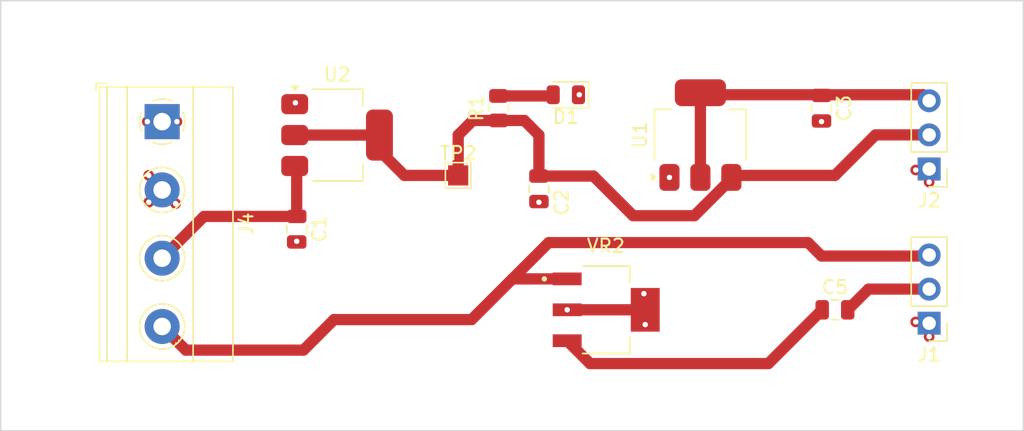
<source format=kicad_pcb>
(kicad_pcb (version 20240108) (generator "pcbnew") (generator_version "8.0")
  (layers (0 "F.Cu" signal) (1 "In1.Cu" power) (2 "In2.Cu" power) (31 "B.Cu" power) (34 "B.Paste" user) (35 "F.Paste" user) (36 "B.SilkS" user "B.Silkscreen") (37 "F.SilkS" user "F.Silkscreen") (38 "B.Mask" user) (39 "F.Mask" user) (44 "Edge.Cuts" user))
  (net 0 "")
  (net 1 "GND")
  (net 2 "+6V")
  (net 3 "+5V")
  (net 4 "+3.3V")
  (net 5 "/anet")
  (net 6 "Net-(D1-A)")
  (net 7 "+12V")
  (net 8 "Net-(VR2-OUTPUT)")
  (footprint "Resistor_SMD:R_0805_2012Metric" (layer "F.Cu") (at 211.5 95.75 90)
    (property "Reference" "R1" (at 0 -1.65 90) (layer "F.SilkS"))
    (property "Value" "2k")
    (fp_line (start -0.227064 -0.735) (end 0.227064 -0.735) (stroke (width 0.12)) (layer "F.SilkS"))
    (fp_line (start -0.227064 0.735) (end 0.227064 0.735) (stroke (width 0.12)) (layer "F.SilkS"))
    (pad "1" smd roundrect (at -0.9125 0 90) (size 1.025 1.4) (layers "F.Cu" "F.Paste" "F.Mask") (roundrect_rratio 0.243902) (net 5 "/anet"))
    (pad "2" smd roundrect (at 0.9125 0 90) (size 1.025 1.4) (layers "F.Cu" "F.Paste" "F.Mask") (roundrect_rratio 0.243902) (net 6 "Net-(D1-A)"))
  )
  (footprint "Package_TO_SOT_SMD:SOT-223-3_TabPin2" (layer "F.Cu") (at 226.5 97.75 90)
    (property "Reference" "U1" (at 0 -4.5 90) (layer "F.SilkS"))
    (property "Value" "AMS1117-3.3" (hide yes))
    (fp_line (start 1.91 -3.41) (end 1.91 -2.15) (stroke (width 0.12)) (layer "F.SilkS"))
    (fp_line (start -1.85 -3.41) (end 1.91 -3.41) (stroke (width 0.12)) (layer "F.SilkS"))
    (fp_line (start 1.91 3.41) (end 1.91 2.15) (stroke (width 0.12)) (layer "F.SilkS"))
    (fp_line (start -1.85 3.41) (end 1.91 3.41) (stroke (width 0.12)) (layer "F.SilkS"))
    (fp_poly (pts (xy -3.13 -3.31) (xy -3.37 -3.64) (xy -2.89 -3.64) (xy -3.13 -3.31)) (stroke (width 0.12)) (fill solid) (layer "F.SilkS"))
    (pad "1" smd roundrect (at -3.15 -2.3 90) (size 2 1.5) (layers "F.Cu" "F.Paste" "F.Mask") (net 1 "GND"))
    (pad "2" smd roundrect (at -3.15 0 90) (size 2 1.5) (layers "F.Cu" "F.Paste" "F.Mask") (net 4 "+3.3V"))
    (pad "2" smd roundrect (at 3.15 0 90) (size 2 3.8) (layers "F.Cu" "F.Paste" "F.Mask") (net 4 "+3.3V"))
    (pad "3" smd roundrect (at -3.15 2.3 90) (size 2 1.5) (layers "F.Cu" "F.Paste" "F.Mask") (net 5 "/anet"))
  )
  (footprint "Connector_PinHeader_2.54mm:PinHeader_1x03_P2.54mm_Vertical" (layer "F.Cu") (at 243.5 111.75 180)
    (property "Reference" "J1" (at 0 -2.33 0) (layer "F.SilkS"))
    (property "Value" "Conn_01x03_Pin" (hide yes))
    (fp_line (start 1.33 1.27) (end 1.33 6.41) (stroke (width 0.12)) (layer "F.SilkS"))
    (fp_line (start -1.33 6.41) (end 1.33 6.41) (stroke (width 0.12)) (layer "F.SilkS"))
    (fp_line (start -1.33 1.27) (end 1.33 1.27) (stroke (width 0.12)) (layer "F.SilkS"))
    (fp_line (start -1.33 1.27) (end -1.33 6.41) (stroke (width 0.12)) (layer "F.SilkS"))
    (fp_line (start -1.33 0) (end -1.33 -1.33) (stroke (width 0.12)) (layer "F.SilkS"))
    (fp_line (start -1.33 -1.33) (end 0 -1.33) (stroke (width 0.12)) (layer "F.SilkS"))
    (pad "1" thru_hole rect (at 0 0 180) (size 1.7 1.7) (drill 1) (layers "*.Cu" "*.Mask") (net 1 "GND"))
    (pad "2" thru_hole oval (at 0 2.54 180) (size 1.7 1.7) (drill 1) (layers "*.Cu" "*.Mask") (net 3 "+5V"))
    (pad "3" thru_hole oval (at 0 5.08 180) (size 1.7 1.7) (drill 1) (layers "*.Cu" "*.Mask") (net 7 "+12V"))
  )
  (footprint "Capacitor_SMD:C_0805_2012Metric" (layer "F.Cu") (at 214.5 101.75 -90)
    (property "Reference" "C2" (at 1 -1.68 90) (layer "F.SilkS"))
    (property "Value" "22uF")
    (fp_line (start -0.261252 0.735) (end 0.261252 0.735) (stroke (width 0.12)) (layer "F.SilkS"))
    (fp_line (start -0.261252 -0.735) (end 0.261252 -0.735) (stroke (width 0.12)) (layer "F.SilkS"))
    (pad "1" smd roundrect (at -0.95 0 270) (size 1 1.45) (layers "F.Cu" "F.Paste" "F.Mask") (net 5 "/anet"))
    (pad "2" smd roundrect (at 0.95 0 270) (size 1 1.45) (layers "F.Cu" "F.Paste" "F.Mask") (net 1 "GND"))
  )
  (footprint "MountingHole:MountingHole_2.2mm_M2" (layer "F.Cu") (at 177.5 116.75)
    (property "Reference" "H2" (hide yes))
    (property "Value" "MountingHole" (hide yes))
    (pad "" np_thru_hole circle (at 0 0) (size 2.2 2.2) (drill 2.2) (layers "*.Cu" "*.Mask"))
  )
  (footprint "footprints:VREG_LM7805MPX_NOPB" (layer "F.Cu") (at 219.5 110.75)
    (property "Reference" "VR2" (at -0.025 -4.754 0) (layer "F.SilkS"))
    (property "Value" "LM7805MPX_NOPB")
    (fp_line (start -1.75 -3.25) (end 1.75 -3.25) (stroke (width 0.127)) (layer "F.SilkS"))
    (fp_line (start -1.75 3.25) (end 1.75 3.25) (stroke (width 0.127)) (layer "F.SilkS"))
    (fp_line (start 1.75 -3.25) (end 1.75 -2.01) (stroke (width 0.127)) (layer "F.SilkS"))
    (fp_line (start 1.75 3.25) (end 1.75 2.01) (stroke (width 0.127)) (layer "F.SilkS"))
    (fp_circle (center -4.6 -2.3) (end -4.5 -2.3) (stroke (width 0.2)) (fill none) (layer "F.SilkS"))
    (pad "1" smd rect (at -2.9 -2.3) (size 2.15 0.95) (layers "F.Cu" "F.Paste" "F.Mask") (net 7 "+12V"))
    (pad "2" smd rect (at -2.9 0) (size 2.15 0.95) (layers "F.Cu" "F.Paste" "F.Mask") (net 1 "GND"))
    (pad "3" smd rect (at -2.9 2.3) (size 2.15 0.95) (layers "F.Cu" "F.Paste" "F.Mask") (net 8 "Net-(VR2-OUTPUT)"))
    (pad "4" smd rect (at 2.9 0) (size 2.15 3.25) (layers "F.Cu" "F.Paste" "F.Mask") (net 1 "GND"))
  )
  (footprint "MountingHole:MountingHole_2.2mm_M2" (layer "F.Cu") (at 177.5 91.25)
    (property "Reference" "H1" (hide yes))
    (property "Value" "MountingHole" (hide yes))
    (pad "" np_thru_hole circle (at 0 0) (size 2.2 2.2) (drill 2.2) (layers "*.Cu" "*.Mask"))
  )
  (footprint "Package_TO_SOT_SMD:SOT-223-3_TabPin2" (layer "F.Cu") (at 199.5 97.75)
    (property "Reference" "U2" (at 0 -4.5 0) (layer "F.SilkS"))
    (property "Value" "AMS1117-5.0" (hide yes))
    (fp_line (start -1.85 -3.41) (end 1.91 -3.41) (stroke (width 0.12)) (layer "F.SilkS"))
    (fp_line (start -1.85 3.41) (end 1.91 3.41) (stroke (width 0.12)) (layer "F.SilkS"))
    (fp_line (start 1.91 -3.41) (end 1.91 -2.15) (stroke (width 0.12)) (layer "F.SilkS"))
    (fp_line (start 1.91 3.41) (end 1.91 2.15) (stroke (width 0.12)) (layer "F.SilkS"))
    (fp_poly (pts (xy -3.13 -3.31) (xy -3.37 -3.64) (xy -2.89 -3.64) (xy -3.13 -3.31)) (stroke (width 0.12)) (fill solid) (layer "F.SilkS"))
    (pad "1" smd roundrect (at -3.15 -2.3) (size 2 1.5) (layers "F.Cu" "F.Paste" "F.Mask") (net 1 "GND"))
    (pad "2" smd roundrect (at -3.15 0) (size 2 1.5) (layers "F.Cu" "F.Paste" "F.Mask") (net 5 "/anet"))
    (pad "2" smd roundrect (at 3.15 0) (size 2 3.8) (layers "F.Cu" "F.Paste" "F.Mask") (net 5 "/anet"))
    (pad "3" smd roundrect (at -3.15 2.3) (size 2 1.5) (layers "F.Cu" "F.Paste" "F.Mask") (net 2 "+6V"))
  )
  (footprint "MountingHole:MountingHole_2.2mm_M2" (layer "F.Cu") (at 247.5 90.75)
    (property "Reference" "H3" (hide yes))
    (property "Value" "MountingHole" (hide yes))
    (pad "" np_thru_hole circle (at 0 0) (size 2.2 2.2) (drill 2.2) (layers "*.Cu" "*.Mask"))
  )
  (footprint "Connector_PinHeader_2.54mm:PinHeader_1x03_P2.54mm_Vertical" (layer "F.Cu") (at 243.5 100.275 180)
    (property "Reference" "J2" (at 0 -2.33 0) (layer "F.SilkS"))
    (property "Value" "Conn_01x03_Pin" (hide yes))
    (fp_line (start 1.33 1.27) (end 1.33 6.41) (stroke (width 0.12)) (layer "F.SilkS"))
    (fp_line (start -1.33 6.41) (end 1.33 6.41) (stroke (width 0.12)) (layer "F.SilkS"))
    (fp_line (start -1.33 1.27) (end 1.33 1.27) (stroke (width 0.12)) (layer "F.SilkS"))
    (fp_line (start -1.33 1.27) (end -1.33 6.41) (stroke (width 0.12)) (layer "F.SilkS"))
    (fp_line (start -1.33 0) (end -1.33 -1.33) (stroke (width 0.12)) (layer "F.SilkS"))
    (fp_line (start -1.33 -1.33) (end 0 -1.33) (stroke (width 0.12)) (layer "F.SilkS"))
    (pad "1" thru_hole rect (at 0 0 180) (size 1.7 1.7) (drill 1) (layers "*.Cu" "*.Mask") (net 1 "GND"))
    (pad "2" thru_hole oval (at 0 2.54 180) (size 1.7 1.7) (drill 1) (layers "*.Cu" "*.Mask") (net 5 "/anet"))
    (pad "3" thru_hole oval (at 0 5.08 180) (size 1.7 1.7) (drill 1) (layers "*.Cu" "*.Mask") (net 4 "+3.3V"))
  )
  (footprint "MountingHole:MountingHole_2.2mm_M2" (layer "F.Cu") (at 247.5 116.75)
    (property "Reference" "H4" (hide yes))
    (property "Value" "MountingHole" (hide yes))
    (pad "" np_thru_hole circle (at 0 0) (size 2.2 2.2) (drill 2.2) (layers "*.Cu" "*.Mask"))
  )
  (footprint "Capacitor_SMD:C_0805_2012Metric" (layer "F.Cu") (at 235.5 95.75 -90)
    (property "Reference" "C3" (at 0 -1.68 90) (layer "F.SilkS"))
    (property "Value" "22uF")
    (fp_line (start -0.261252 0.735) (end 0.261252 0.735) (stroke (width 0.12)) (layer "F.SilkS"))
    (fp_line (start -0.261252 -0.735) (end 0.261252 -0.735) (stroke (width 0.12)) (layer "F.SilkS"))
    (pad "1" smd roundrect (at -0.95 0 270) (size 1 1.45) (layers "F.Cu" "F.Paste" "F.Mask") (net 4 "+3.3V"))
    (pad "2" smd roundrect (at 0.95 0 270) (size 1 1.45) (layers "F.Cu" "F.Paste" "F.Mask") (net 1 "GND"))
  )
  (footprint "TerminalBlock_Phoenix:TerminalBlock_Phoenix_MKDS-1,5-4-5.08_1x04_P5.08mm_Horizontal" (layer "F.Cu") (at 186.5 96.75 -90)
    (property "Reference" "J4" (at 7.62 -6.26 90) (layer "F.SilkS"))
    (property "Value" "Screw_Terminal_01x04" (hide yes))
    (fp_line (start -2.84 4.9) (end -2.34 4.9) (stroke (width 0.12)) (layer "F.SilkS"))
    (fp_line (start -2.6 4.66) (end 17.84 4.66) (stroke (width 0.12)) (layer "F.SilkS"))
    (fp_line (start -2.84 4.16) (end -2.84 4.9) (stroke (width 0.12)) (layer "F.SilkS"))
    (fp_line (start -2.6 4.1) (end 17.84 4.1) (stroke (width 0.12)) (layer "F.SilkS"))
    (fp_line (start -2.6 2.6) (end 17.84 2.6) (stroke (width 0.12)) (layer "F.SilkS"))
    (fp_line (start 4.046 1.239) (end 4.011 1.274) (stroke (width 0.12)) (layer "F.SilkS"))
    (fp_line (start 9.126 1.239) (end 9.091 1.274) (stroke (width 0.12)) (layer "F.SilkS"))
    (fp_line (start 14.206 1.239) (end 14.171 1.274) (stroke (width 0.12)) (layer "F.SilkS"))
    (fp_line (start 3.853 1.023) (end 3.806 1.069) (stroke (width 0.12)) (layer "F.SilkS"))
    (fp_line (start 8.933 1.023) (end 8.886 1.069) (stroke (width 0.12)) (layer "F.SilkS"))
    (fp_line (start 14.013 1.023) (end 13.966 1.069) (stroke (width 0.12)) (layer "F.SilkS"))
    (fp_line (start 6.355 -1.069) (end 6.308 -1.023) (stroke (width 0.12)) (layer "F.SilkS"))
    (fp_line (start 11.435 -1.069) (end 11.388 -1.023) (stroke (width 0.12)) (layer "F.SilkS"))
    (fp_line (start 16.515 -1.069) (end 16.468 -1.023) (stroke (width 0.12)) (layer "F.SilkS"))
    (fp_line (start 6.15 -1.275) (end 6.115 -1.239) (stroke (width 0.12)) (layer "F.SilkS"))
    (fp_line (start 11.23 -1.275) (end 11.195 -1.239) (stroke (width 0.12)) (layer "F.SilkS"))
    (fp_line (start 16.31 -1.275) (end 16.275 -1.239) (stroke (width 0.12)) (layer "F.SilkS"))
    (fp_line (start -2.6 -2.301) (end 17.84 -2.301) (stroke (width 0.12)) (layer "F.SilkS"))
    (fp_line (start -2.6 -5.261) (end -2.6 4.66) (stroke (width 0.12)) (layer "F.SilkS"))
    (fp_line (start -2.6 -5.261) (end 17.84 -5.261) (stroke (width 0.12)) (layer "F.SilkS"))
    (fp_line (start 17.84 -5.261) (end 17.84 4.66) (stroke (width 0.12)) (layer "F.SilkS"))
    (fp_arc (start 0.028805 1.680253) (mid -0.335551 1.646659) (end -0.684 1.535) (stroke (width 0.12)) (layer "F.SilkS"))
    (fp_arc (start 0.683318 1.534756) (mid 0.349292 1.643288) (end 0 1.68) (stroke (width 0.12)) (layer "F.SilkS"))
    (fp_arc (start -1.535427 0.683042) (mid -1.680501 -0.000524) (end -1.535 -0.684) (stroke (width 0.12)) (layer "F.SilkS"))
    (fp_arc (start 1.535427 -0.683042) (mid 1.680501 0.000524) (end 1.535 0.684) (stroke (width 0.12)) (layer "F.SilkS"))
    (fp_arc (start -0.683042 -1.535427) (mid 0.000524 -1.680501) (end 0.684 -1.535) (stroke (width 0.12)) (layer "F.SilkS"))
    (fp_circle (center 5.08 0) (end 6.76 0) (stroke (width 0.12)) (fill none) (layer "F.SilkS"))
    (fp_circle (center 10.16 0) (end 11.84 0) (stroke (width 0.12)) (fill none) (layer "F.SilkS"))
    (fp_circle (center 15.24 0) (end 16.92 0) (stroke (width 0.12)) (fill none) (layer "F.SilkS"))
    (pad "1" thru_hole rect (at 0 0 270) (size 2.6 2.6) (drill 1.3) (layers "*.Cu" "*.Mask") (net 1 "GND"))
    (pad "2" thru_hole circle (at 5.08 0 270) (size 2.6 2.6) (drill 1.3) (layers "*.Cu" "*.Mask") (net 1 "GND"))
    (pad "3" thru_hole circle (at 10.16 0 270) (size 2.6 2.6) (drill 1.3) (layers "*.Cu" "*.Mask") (net 2 "+6V"))
    (pad "4" thru_hole circle (at 15.24 0 270) (size 2.6 2.6) (drill 1.3) (layers "*.Cu" "*.Mask") (net 7 "+12V"))
  )
  (footprint "Capacitor_SMD:C_0805_2012Metric" (layer "F.Cu") (at 196.5 104.75 -90)
    (property "Reference" "C1" (at 0 -1.68 90) (layer "F.SilkS"))
    (property "Value" "47uF")
    (fp_line (start -0.261252 0.735) (end 0.261252 0.735) (stroke (width 0.12)) (layer "F.SilkS"))
    (fp_line (start -0.261252 -0.735) (end 0.261252 -0.735) (stroke (width 0.12)) (layer "F.SilkS"))
    (pad "1" smd roundrect (at -0.95 0 270) (size 1 1.45) (layers "F.Cu" "F.Paste" "F.Mask") (net 2 "+6V"))
    (pad "2" smd roundrect (at 0.95 0 270) (size 1 1.45) (layers "F.Cu" "F.Paste" "F.Mask") (net 1 "GND"))
  )
  (footprint "Capacitor_SMD:C_0805_2012Metric" (layer "F.Cu") (at 236.5 110.75)
    (property "Reference" "C5" (at 0 -1.68 0) (layer "F.SilkS"))
    (property "Value" "220uF")
    (fp_line (start -0.261252 -0.735) (end 0.261252 -0.735) (stroke (width 0.12)) (layer "F.SilkS"))
    (fp_line (start -0.261252 0.735) (end 0.261252 0.735) (stroke (width 0.12)) (layer "F.SilkS"))
    (pad "1" smd roundrect (at -0.95 0) (size 1 1.45) (layers "F.Cu" "F.Paste" "F.Mask") (net 8 "Net-(VR2-OUTPUT)"))
    (pad "2" smd roundrect (at 0.95 0) (size 1 1.45) (layers "F.Cu" "F.Paste" "F.Mask") (net 3 "+5V"))
  )
  (footprint "LED_SMD:LED_0805_2012Metric" (layer "F.Cu") (at 216.5 94.75 180)
    (property "Reference" "D1" (at 0 -1.65 0) (layer "F.SilkS"))
    (property "Value" "LED")
    (fp_line (start 1 -0.96) (end -1.685 -0.96) (stroke (width 0.12)) (layer "F.SilkS"))
    (fp_line (start -1.685 0.96) (end 1 0.96) (stroke (width 0.12)) (layer "F.SilkS"))
    (fp_line (start -1.685 -0.96) (end -1.685 0.96) (stroke (width 0.12)) (layer "F.SilkS"))
    (pad "1" smd roundrect (at -0.9375 0 180) (size 0.975 1.4) (layers "F.Cu" "F.Paste" "F.Mask") (net 1 "GND"))
    (pad "2" smd roundrect (at 0.9375 0 180) (size 0.975 1.4) (layers "F.Cu" "F.Paste" "F.Mask") (net 6 "Net-(D1-A)"))
  )
  (footprint "TestPoint:TestPoint_Pad_1.5x1.5mm" (layer "F.Cu") (at 208.5 100.75)
    (property "Reference" "TP2" (at 0 -1.648 0) (layer "F.SilkS"))
    (property "Value" "TestPoint" (hide yes))
    (fp_line (start -0.95 -0.95) (end 0.95 -0.95) (stroke (width 0.12)) (layer "F.SilkS"))
    (fp_line (start -0.95 0.95) (end -0.95 -0.95) (stroke (width 0.12)) (layer "F.SilkS"))
    (fp_line (start 0.95 -0.95) (end 0.95 0.95) (stroke (width 0.12)) (layer "F.SilkS"))
    (fp_line (start 0.95 0.95) (end -0.95 0.95) (stroke (width 0.12)) (layer "F.SilkS"))
    (pad "1" smd rect (at 0 0) (size 1.5 1.5) (layers "F.Cu" "F.Mask") (net 5 "/anet"))
  )
  (gr_rect (start 174.5 87.75) (end 250.5 119.75) (stroke (width 0.1)) (fill none) (layer "Edge.Cuts"))
  (segment (start 216.6 110.75) (end 222.4 110.75) (width 0.8382) (layer "F.Cu") (net 1))
  (via micro (at 243.5 112.75) (size 0.8) (drill 0.4) (layers "F.Cu" "In1.Cu") (net 1))
  (via micro (at 217.5 94.75) (size 0.8) (drill 0.4) (layers "F.Cu" "In1.Cu") (net 1))
  (via micro (at 243.5 101.25) (size 0.8) (drill 0.4) (layers "F.Cu" "In1.Cu") (net 1))
  (via micro (at 185.5 102.75) (size 0.8) (drill 0.4) (layers "F.Cu" "In1.Cu") (net 1))
  (via micro (at 214.5 102.75) (size 0.8) (drill 0.4) (layers "F.Cu" "In1.Cu") (net 1))
  (via micro (at 242.5 111.65) (size 0.8) (drill 0.4) (layers "F.Cu" "In1.Cu") (net 1))
  (via micro (at 224.2 100.9) (size 0.8) (drill 0.4) (layers "F.Cu" "In1.Cu") (net 1))
  (via micro (at 185.4 96.75) (size 0.8) (drill 0.4) (layers "F.Cu" "In1.Cu") (net 1))
  (via micro (at 196.5 105.65) (size 0.8) (drill 0.4) (layers "F.Cu" "In1.Cu") (net 1))
  (via micro (at 235.5 96.75) (size 0.8) (drill 0.4) (layers "F.Cu" "In1.Cu") (net 1))
  (via micro (at 242.5 100.35) (size 0.8) (drill 0.4) (layers "F.Cu" "In1.Cu") (net 1))
  (via micro (at 216.6 110.75) (size 0.8) (drill 0.4) (layers "F.Cu" "In1.Cu") (net 1))
  (via micro (at 187.5 102.85) (size 0.8) (drill 0.4) (layers "F.Cu" "In1.Cu") (net 1))
  (via micro (at 222.3 109.55) (size 0.8) (drill 0.4) (layers "F.Cu" "In1.Cu") (net 1))
  (via micro (at 222.4 111.85) (size 0.8) (drill 0.4) (layers "F.Cu" "In1.Cu") (net 1))
  (via micro (at 196.4 95.35) (size 0.8) (drill 0.4) (layers "F.Cu" "In1.Cu") (net 1))
  (via micro (at 185.5 100.75) (size 0.8) (drill 0.4) (layers "F.Cu" "In1.Cu") (net 1))
  (via micro (at 187.6 96.75) (size 0.8) (drill 0.4) (layers "F.Cu" "In1.Cu") (net 1))
  (segment (start 186.5 106.75) (end 186.5 106.91) (width 0.8382) (layer "F.Cu") (net 2))
  (segment (start 196.5 103.8) (end 196.5 100.2) (width 0.8382) (layer "F.Cu") (net 2))
  (segment (start 189.61 103.8) (end 196.5 103.8) (width 0.8382) (layer "F.Cu") (net 2))
  (segment (start 196.5 100.2) (end 196.35 100.05) (width 0.8382) (layer "F.Cu") (net 2))
  (segment (start 186.5 106.91) (end 189.61 103.8) (width 0.8382) (layer "F.Cu") (net 2))
  (segment (start 243.5 109.21) (end 238.99 109.21) (width 0.832) (layer "F.Cu") (net 3))
  (segment (start 238.99 109.21) (end 237.45 110.75) (width 0.832) (layer "F.Cu") (net 3))
  (segment (start 226.5 94.6) (end 226.65 94.75) (width 0.8382) (layer "F.Cu") (net 4))
  (segment (start 235.45 94.75) (end 235.5 94.8) (width 0.8382) (layer "F.Cu") (net 4))
  (segment (start 226.65 94.75) (end 235.45 94.75) (width 0.8382) (layer "F.Cu") (net 4))
  (segment (start 243.055 94.75) (end 243.5 95.195) (width 0.8382) (layer "F.Cu") (net 4))
  (segment (start 226.5 100.9) (end 226.5 94.6) (width 0.8382) (layer "F.Cu") (net 4))
  (segment (start 235.5 94.8) (end 235.55 94.75) (width 0.8382) (layer "F.Cu") (net 4))
  (segment (start 235.55 94.75) (end 243.055 94.75) (width 0.8382) (layer "F.Cu") (net 4))
  (segment (start 236.5 100.75) (end 239.515 97.735) (width 0.8382) (layer "F.Cu") (net 5))
  (segment (start 213.412 96.6625) (end 211.5 96.6625) (width 0.8382) (layer "F.Cu") (net 5))
  (segment (start 228.8 101.006) (end 228.8 100.9) (width 0.8382) (layer "F.Cu") (net 5))
  (segment (start 209.588 96.6625) (end 211.5 96.6625) (width 0.8382) (layer "F.Cu") (net 5))
  (segment (start 221.5 103.75) (end 226.056 103.75) (width 0.8382) (layer "F.Cu") (net 5))
  (segment (start 218.55 100.8) (end 221.5 103.75) (width 0.8382) (layer "F.Cu") (net 5))
  (segment (start 214.5 100.8) (end 218.55 100.8) (width 0.8382) (layer "F.Cu") (net 5))
  (segment (start 202.65 98.9) (end 204.5 100.75) (width 0.8382) (layer "F.Cu") (net 5))
  (segment (start 214.5 97.75) (end 213.412 96.6625) (width 0.8382) (layer "F.Cu") (net 5))
  (segment (start 228.95 100.75) (end 236.5 100.75) (width 0.8382) (layer "F.Cu") (net 5))
  (segment (start 226.056 103.75) (end 228.8 101.006) (width 0.8382) (layer "F.Cu") (net 5))
  (segment (start 214.5 100.8) (end 214.5 97.75) (width 0.8382) (layer "F.Cu") (net 5))
  (segment (start 208.5 97.75) (end 209.588 96.6625) (width 0.8382) (layer "F.Cu") (net 5))
  (segment (start 239.515 97.735) (end 243.5 97.735) (width 0.8382) (layer "F.Cu") (net 5))
  (segment (start 228.8 100.9) (end 228.95 100.75) (width 0.8382) (layer "F.Cu") (net 5))
  (segment (start 196.35 97.75) (end 202.65 97.75) (width 0.8382) (layer "F.Cu") (net 5))
  (segment (start 204.5 100.75) (end 208.5 100.75) (width 0.8382) (layer "F.Cu") (net 5))
  (segment (start 208.5 100.75) (end 208.5 97.75) (width 0.8382) (layer "F.Cu") (net 5))
  (segment (start 202.65 97.75) (end 202.65 98.9) (width 0.8382) (layer "F.Cu") (net 5))
  (segment (start 215.5625 94.75) (end 215.562 94.75) (width 0.832) (layer "F.Cu") (net 6))
  (segment (start 215.475 94.8375) (end 215.562 94.75) (width 0.8382) (layer "F.Cu") (net 6))
  (segment (start 211.5 94.8375) (end 215.475 94.8375) (width 0.8382) (layer "F.Cu") (net 6))
  (segment (start 212.528 108.45) (end 215.228 105.75) (width 0.832) (layer "F.Cu") (net 7))
  (segment (start 197 113.75) (end 199.272 111.478) (width 0.8382) (layer "F.Cu") (net 7))
  (segment (start 188.26 113.75) (end 197 113.75) (width 0.8382) (layer "F.Cu") (net 7))
  (segment (start 243.42 106.75) (end 243.5 106.67) (width 0.832) (layer "F.Cu") (net 7))
  (segment (start 209.5 111.478) (end 212.528 108.45) (width 0.8382) (layer "F.Cu") (net 7))
  (segment (start 212.528 108.45) (end 216.6 108.45) (width 0.8382) (layer "F.Cu") (net 7))
  (segment (start 215.228 105.75) (end 234.5 105.75) (width 0.832) (layer "F.Cu") (net 7))
  (segment (start 234.5 105.75) (end 235.5 106.75) (width 0.832) (layer "F.Cu") (net 7))
  (segment (start 186.5 111.99) (end 188.26 113.75) (width 0.8382) (layer "F.Cu") (net 7))
  (segment (start 235.5 106.75) (end 243.42 106.75) (width 0.832) (layer "F.Cu") (net 7))
  (segment (start 199.272 111.478) (end 209.5 111.478) (width 0.8382) (layer "F.Cu") (net 7))
  (segment (start 231.55 114.75) (end 235.55 110.75) (width 0.8382) (layer "F.Cu") (net 8))
  (segment (start 218.3 114.75) (end 231.55 114.75) (width 0.8382) (layer "F.Cu") (net 8))
  (segment (start 216.6 113.05) (end 218.3 114.75) (width 0.8382) (layer "F.Cu") (net 8))
)
</source>
